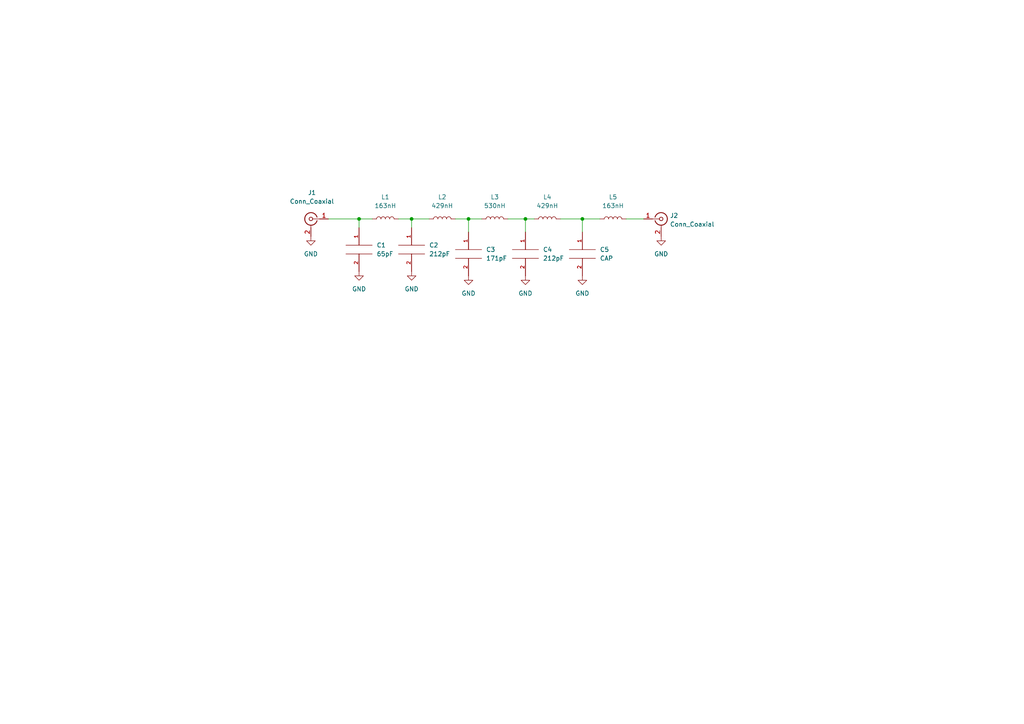
<source format=kicad_sch>
(kicad_sch (version 20211123) (generator eeschema)

  (uuid f9d333dd-0a02-44fd-98ea-6287ee13aac4)

  (paper "A4")

  (lib_symbols
    (symbol "Connector:Conn_Coaxial" (pin_names (offset 1.016) hide) (in_bom yes) (on_board yes)
      (property "Reference" "J" (id 0) (at 0.254 3.048 0)
        (effects (font (size 1.27 1.27)))
      )
      (property "Value" "Conn_Coaxial" (id 1) (at 2.921 0 90)
        (effects (font (size 1.27 1.27)))
      )
      (property "Footprint" "" (id 2) (at 0 0 0)
        (effects (font (size 1.27 1.27)) hide)
      )
      (property "Datasheet" " ~" (id 3) (at 0 0 0)
        (effects (font (size 1.27 1.27)) hide)
      )
      (property "ki_keywords" "BNC SMA SMB SMC LEMO coaxial connector CINCH RCA" (id 4) (at 0 0 0)
        (effects (font (size 1.27 1.27)) hide)
      )
      (property "ki_description" "coaxial connector (BNC, SMA, SMB, SMC, Cinch/RCA, LEMO, ...)" (id 5) (at 0 0 0)
        (effects (font (size 1.27 1.27)) hide)
      )
      (property "ki_fp_filters" "*BNC* *SMA* *SMB* *SMC* *Cinch* *LEMO*" (id 6) (at 0 0 0)
        (effects (font (size 1.27 1.27)) hide)
      )
      (symbol "Conn_Coaxial_0_1"
        (arc (start -1.778 -0.508) (mid 0.2311 -1.8066) (end 1.778 0)
          (stroke (width 0.254) (type default) (color 0 0 0 0))
          (fill (type none))
        )
        (polyline
          (pts
            (xy -2.54 0)
            (xy -0.508 0)
          )
          (stroke (width 0) (type default) (color 0 0 0 0))
          (fill (type none))
        )
        (polyline
          (pts
            (xy 0 -2.54)
            (xy 0 -1.778)
          )
          (stroke (width 0) (type default) (color 0 0 0 0))
          (fill (type none))
        )
        (circle (center 0 0) (radius 0.508)
          (stroke (width 0.2032) (type default) (color 0 0 0 0))
          (fill (type none))
        )
        (arc (start 1.778 0) (mid 0.2099 1.8101) (end -1.778 0.508)
          (stroke (width 0.254) (type default) (color 0 0 0 0))
          (fill (type none))
        )
      )
      (symbol "Conn_Coaxial_1_1"
        (pin passive line (at -5.08 0 0) (length 2.54)
          (name "In" (effects (font (size 1.27 1.27))))
          (number "1" (effects (font (size 1.27 1.27))))
        )
        (pin passive line (at 0 -5.08 90) (length 2.54)
          (name "Ext" (effects (font (size 1.27 1.27))))
          (number "2" (effects (font (size 1.27 1.27))))
        )
      )
    )
    (symbol "Device:L" (pin_numbers hide) (pin_names (offset 1.016) hide) (in_bom yes) (on_board yes)
      (property "Reference" "L" (id 0) (at -1.27 0 90)
        (effects (font (size 1.27 1.27)))
      )
      (property "Value" "L" (id 1) (at 1.905 0 90)
        (effects (font (size 1.27 1.27)))
      )
      (property "Footprint" "" (id 2) (at 0 0 0)
        (effects (font (size 1.27 1.27)) hide)
      )
      (property "Datasheet" "~" (id 3) (at 0 0 0)
        (effects (font (size 1.27 1.27)) hide)
      )
      (property "ki_keywords" "inductor choke coil reactor magnetic" (id 4) (at 0 0 0)
        (effects (font (size 1.27 1.27)) hide)
      )
      (property "ki_description" "Inductor" (id 5) (at 0 0 0)
        (effects (font (size 1.27 1.27)) hide)
      )
      (property "ki_fp_filters" "Choke_* *Coil* Inductor_* L_*" (id 6) (at 0 0 0)
        (effects (font (size 1.27 1.27)) hide)
      )
      (symbol "L_0_1"
        (arc (start 0 -2.54) (mid 0.635 -1.905) (end 0 -1.27)
          (stroke (width 0) (type default) (color 0 0 0 0))
          (fill (type none))
        )
        (arc (start 0 -1.27) (mid 0.635 -0.635) (end 0 0)
          (stroke (width 0) (type default) (color 0 0 0 0))
          (fill (type none))
        )
        (arc (start 0 0) (mid 0.635 0.635) (end 0 1.27)
          (stroke (width 0) (type default) (color 0 0 0 0))
          (fill (type none))
        )
        (arc (start 0 1.27) (mid 0.635 1.905) (end 0 2.54)
          (stroke (width 0) (type default) (color 0 0 0 0))
          (fill (type none))
        )
      )
      (symbol "L_1_1"
        (pin passive line (at 0 3.81 270) (length 1.27)
          (name "1" (effects (font (size 1.27 1.27))))
          (number "1" (effects (font (size 1.27 1.27))))
        )
        (pin passive line (at 0 -3.81 90) (length 1.27)
          (name "2" (effects (font (size 1.27 1.27))))
          (number "2" (effects (font (size 1.27 1.27))))
        )
      )
    )
    (symbol "power:GND" (power) (pin_names (offset 0)) (in_bom yes) (on_board yes)
      (property "Reference" "#PWR" (id 0) (at 0 -6.35 0)
        (effects (font (size 1.27 1.27)) hide)
      )
      (property "Value" "GND" (id 1) (at 0 -3.81 0)
        (effects (font (size 1.27 1.27)))
      )
      (property "Footprint" "" (id 2) (at 0 0 0)
        (effects (font (size 1.27 1.27)) hide)
      )
      (property "Datasheet" "" (id 3) (at 0 0 0)
        (effects (font (size 1.27 1.27)) hide)
      )
      (property "ki_keywords" "global power" (id 4) (at 0 0 0)
        (effects (font (size 1.27 1.27)) hide)
      )
      (property "ki_description" "Power symbol creates a global label with name \"GND\" , ground" (id 5) (at 0 0 0)
        (effects (font (size 1.27 1.27)) hide)
      )
      (symbol "GND_0_1"
        (polyline
          (pts
            (xy 0 0)
            (xy 0 -1.27)
            (xy 1.27 -1.27)
            (xy 0 -2.54)
            (xy -1.27 -1.27)
            (xy 0 -1.27)
          )
          (stroke (width 0) (type default) (color 0 0 0 0))
          (fill (type none))
        )
      )
      (symbol "GND_1_1"
        (pin power_in line (at 0 0 270) (length 0) hide
          (name "GND" (effects (font (size 1.27 1.27))))
          (number "1" (effects (font (size 1.27 1.27))))
        )
      )
    )
    (symbol "pspice:CAP" (pin_names (offset 0.254)) (in_bom yes) (on_board yes)
      (property "Reference" "C" (id 0) (at 2.54 3.81 90)
        (effects (font (size 1.27 1.27)))
      )
      (property "Value" "CAP" (id 1) (at 2.54 -3.81 90)
        (effects (font (size 1.27 1.27)))
      )
      (property "Footprint" "" (id 2) (at 0 0 0)
        (effects (font (size 1.27 1.27)) hide)
      )
      (property "Datasheet" "~" (id 3) (at 0 0 0)
        (effects (font (size 1.27 1.27)) hide)
      )
      (property "ki_keywords" "simulation" (id 4) (at 0 0 0)
        (effects (font (size 1.27 1.27)) hide)
      )
      (property "ki_description" "Capacitor symbol for simulation only" (id 5) (at 0 0 0)
        (effects (font (size 1.27 1.27)) hide)
      )
      (symbol "CAP_0_1"
        (polyline
          (pts
            (xy -3.81 -1.27)
            (xy 3.81 -1.27)
          )
          (stroke (width 0) (type default) (color 0 0 0 0))
          (fill (type none))
        )
        (polyline
          (pts
            (xy -3.81 1.27)
            (xy 3.81 1.27)
          )
          (stroke (width 0) (type default) (color 0 0 0 0))
          (fill (type none))
        )
      )
      (symbol "CAP_1_1"
        (pin passive line (at 0 6.35 270) (length 5.08)
          (name "~" (effects (font (size 1.016 1.016))))
          (number "1" (effects (font (size 1.016 1.016))))
        )
        (pin passive line (at 0 -6.35 90) (length 5.08)
          (name "~" (effects (font (size 1.016 1.016))))
          (number "2" (effects (font (size 1.016 1.016))))
        )
      )
    )
  )

  (junction (at 104.14 63.5) (diameter 0) (color 0 0 0 0)
    (uuid 14192dae-4e6a-42b4-b2f1-54fe7ad097b3)
  )
  (junction (at 168.91 63.5) (diameter 0) (color 0 0 0 0)
    (uuid 30b278ea-3a33-448f-9d76-16aba0e62f66)
  )
  (junction (at 119.38 63.5) (diameter 0) (color 0 0 0 0)
    (uuid a301ccd6-7291-4fff-925e-0bc8efb2c31e)
  )
  (junction (at 135.89 63.5) (diameter 0) (color 0 0 0 0)
    (uuid c89ef5b5-eb6e-4b5e-b9a7-57108ef2ab35)
  )
  (junction (at 152.4 63.5) (diameter 0) (color 0 0 0 0)
    (uuid d9d8ab06-1c15-47e0-af14-f287785b0ae8)
  )

  (wire (pts (xy 104.14 63.5) (xy 107.95 63.5))
    (stroke (width 0) (type default) (color 0 0 0 0))
    (uuid 0e3ce64e-1af5-42ae-b634-ba63aa8a384e)
  )
  (wire (pts (xy 162.56 63.5) (xy 168.91 63.5))
    (stroke (width 0) (type default) (color 0 0 0 0))
    (uuid 3ea176e1-dbdf-41d5-91d8-51b1b47e5602)
  )
  (wire (pts (xy 135.89 63.5) (xy 135.89 67.31))
    (stroke (width 0) (type default) (color 0 0 0 0))
    (uuid 4824e432-2cb6-45fc-bc2e-95d7e0635e08)
  )
  (wire (pts (xy 132.08 63.5) (xy 135.89 63.5))
    (stroke (width 0) (type default) (color 0 0 0 0))
    (uuid 4fcc8bda-253c-447b-8b8c-c5c272963e09)
  )
  (wire (pts (xy 147.32 63.5) (xy 152.4 63.5))
    (stroke (width 0) (type default) (color 0 0 0 0))
    (uuid 598ef0cc-8c45-4e53-beaf-bf1bbfda9a56)
  )
  (wire (pts (xy 181.61 63.5) (xy 186.69 63.5))
    (stroke (width 0) (type default) (color 0 0 0 0))
    (uuid 69095844-8c31-4138-83fb-32e6d704480b)
  )
  (wire (pts (xy 115.57 63.5) (xy 119.38 63.5))
    (stroke (width 0) (type default) (color 0 0 0 0))
    (uuid 69de94f2-491a-4d91-bfe9-fe1e786a2856)
  )
  (wire (pts (xy 119.38 63.5) (xy 124.46 63.5))
    (stroke (width 0) (type default) (color 0 0 0 0))
    (uuid 72e93128-3e50-415d-9da1-82615c007466)
  )
  (wire (pts (xy 135.89 63.5) (xy 139.7 63.5))
    (stroke (width 0) (type default) (color 0 0 0 0))
    (uuid 839988a5-52d7-4e81-b26d-0c69c211138d)
  )
  (wire (pts (xy 95.25 63.5) (xy 104.14 63.5))
    (stroke (width 0) (type default) (color 0 0 0 0))
    (uuid a944cb73-2ae9-4bfb-85f6-1a6d232700fa)
  )
  (wire (pts (xy 119.38 63.5) (xy 119.38 66.04))
    (stroke (width 0) (type default) (color 0 0 0 0))
    (uuid ae9bebbc-82da-4955-bc81-a7a0856b535a)
  )
  (wire (pts (xy 152.4 63.5) (xy 154.94 63.5))
    (stroke (width 0) (type default) (color 0 0 0 0))
    (uuid b3c85d8e-aafb-4460-a94d-744270978421)
  )
  (wire (pts (xy 152.4 63.5) (xy 152.4 67.31))
    (stroke (width 0) (type default) (color 0 0 0 0))
    (uuid c52fa70d-58df-4811-9d5d-6e7e0f46b8bb)
  )
  (wire (pts (xy 104.14 63.5) (xy 104.14 66.04))
    (stroke (width 0) (type default) (color 0 0 0 0))
    (uuid c63c491f-33fe-412c-9013-a3766e6ef184)
  )
  (wire (pts (xy 168.91 63.5) (xy 173.99 63.5))
    (stroke (width 0) (type default) (color 0 0 0 0))
    (uuid de7bc4e8-1c46-43ec-922f-fd9ead0e6d95)
  )
  (wire (pts (xy 168.91 63.5) (xy 168.91 67.31))
    (stroke (width 0) (type default) (color 0 0 0 0))
    (uuid ecfc7875-6315-42dc-ba19-113b09aadc40)
  )

  (symbol (lib_id "pspice:CAP") (at 168.91 73.66 0) (unit 1)
    (in_bom yes) (on_board yes) (fields_autoplaced)
    (uuid 01ea6301-4184-4e6b-885d-f04653990f2b)
    (property "Reference" "C5" (id 0) (at 173.99 72.3899 0)
      (effects (font (size 1.27 1.27)) (justify left))
    )
    (property "Value" "CAP" (id 1) (at 173.99 74.9299 0)
      (effects (font (size 1.27 1.27)) (justify left))
    )
    (property "Footprint" "Capacitor_SMD:C_0805_2012Metric_Pad1.18x1.45mm_HandSolder" (id 2) (at 168.91 73.66 0)
      (effects (font (size 1.27 1.27)) hide)
    )
    (property "Datasheet" "~" (id 3) (at 168.91 73.66 0)
      (effects (font (size 1.27 1.27)) hide)
    )
    (pin "1" (uuid 8d7d2d8e-7136-4325-9686-76540633a350))
    (pin "2" (uuid 60571fac-3322-4209-a9b1-f1ab2062c985))
  )

  (symbol (lib_id "power:GND") (at 135.89 80.01 0) (unit 1)
    (in_bom yes) (on_board yes) (fields_autoplaced)
    (uuid 0d893fdc-3f28-4855-93ac-06087f68358d)
    (property "Reference" "#PWR04" (id 0) (at 135.89 86.36 0)
      (effects (font (size 1.27 1.27)) hide)
    )
    (property "Value" "GND" (id 1) (at 135.89 85.09 0))
    (property "Footprint" "" (id 2) (at 135.89 80.01 0)
      (effects (font (size 1.27 1.27)) hide)
    )
    (property "Datasheet" "" (id 3) (at 135.89 80.01 0)
      (effects (font (size 1.27 1.27)) hide)
    )
    (pin "1" (uuid 071823b5-cff0-407b-9ed1-3526ed38318d))
  )

  (symbol (lib_id "pspice:CAP") (at 119.38 72.39 0) (unit 1)
    (in_bom yes) (on_board yes)
    (uuid 24a4c6c8-1bbc-40e6-9c3f-c5330d24fbc3)
    (property "Reference" "C2" (id 0) (at 124.46 71.12 0)
      (effects (font (size 1.27 1.27)) (justify left))
    )
    (property "Value" "212pF" (id 1) (at 124.46 73.66 0)
      (effects (font (size 1.27 1.27)) (justify left))
    )
    (property "Footprint" "Capacitor_SMD:C_0805_2012Metric_Pad1.18x1.45mm_HandSolder" (id 2) (at 119.38 72.39 0)
      (effects (font (size 1.27 1.27)) hide)
    )
    (property "Datasheet" "~" (id 3) (at 119.38 72.39 0)
      (effects (font (size 1.27 1.27)) hide)
    )
    (pin "1" (uuid ccbe06a8-5310-4739-889e-9684a731956d))
    (pin "2" (uuid 1b1645f4-d5e0-4d2d-96eb-e952e1107501))
  )

  (symbol (lib_id "Device:L") (at 143.51 63.5 90) (unit 1)
    (in_bom yes) (on_board yes) (fields_autoplaced)
    (uuid 2a46b889-515f-4529-a871-05818112a38a)
    (property "Reference" "L3" (id 0) (at 143.51 57.15 90))
    (property "Value" "530nH" (id 1) (at 143.51 59.69 90))
    (property "Footprint" "Inductor_SMD:L_0805_2012Metric_Pad1.05x1.20mm_HandSolder" (id 2) (at 143.51 63.5 0)
      (effects (font (size 1.27 1.27)) hide)
    )
    (property "Datasheet" "~" (id 3) (at 143.51 63.5 0)
      (effects (font (size 1.27 1.27)) hide)
    )
    (pin "1" (uuid ed1a50a1-c0c6-43d3-bc0d-01853d6a084c))
    (pin "2" (uuid b682ca50-25d1-4c96-87f3-54286787c0b1))
  )

  (symbol (lib_id "Connector:Conn_Coaxial") (at 90.17 63.5 0) (mirror y) (unit 1)
    (in_bom yes) (on_board yes) (fields_autoplaced)
    (uuid 39f20a16-603d-4f51-8c3a-1e74f0b4480c)
    (property "Reference" "J1" (id 0) (at 90.4874 55.88 0))
    (property "Value" "Conn_Coaxial" (id 1) (at 90.4874 58.42 0))
    (property "Footprint" "Connector_Coaxial:SMA_Amphenol_132289_EdgeMount" (id 2) (at 90.17 63.5 0)
      (effects (font (size 1.27 1.27)) hide)
    )
    (property "Datasheet" " ~" (id 3) (at 90.17 63.5 0)
      (effects (font (size 1.27 1.27)) hide)
    )
    (pin "1" (uuid 837e289e-ea29-475e-a902-db7d5f13da5d))
    (pin "2" (uuid f7a28602-2055-43dc-95e4-273318a35b72))
  )

  (symbol (lib_id "pspice:CAP") (at 152.4 73.66 0) (unit 1)
    (in_bom yes) (on_board yes) (fields_autoplaced)
    (uuid 4188749f-c713-4078-88d9-1cbc069938d1)
    (property "Reference" "C4" (id 0) (at 157.48 72.3899 0)
      (effects (font (size 1.27 1.27)) (justify left))
    )
    (property "Value" "212pF" (id 1) (at 157.48 74.9299 0)
      (effects (font (size 1.27 1.27)) (justify left))
    )
    (property "Footprint" "Capacitor_SMD:C_0805_2012Metric_Pad1.18x1.45mm_HandSolder" (id 2) (at 152.4 73.66 0)
      (effects (font (size 1.27 1.27)) hide)
    )
    (property "Datasheet" "~" (id 3) (at 152.4 73.66 0)
      (effects (font (size 1.27 1.27)) hide)
    )
    (pin "1" (uuid 0f111cb5-9a00-46a8-8999-23a98b792624))
    (pin "2" (uuid 04215b4b-4dca-460e-b597-c30dfdd4a267))
  )

  (symbol (lib_id "Connector:Conn_Coaxial") (at 191.77 63.5 0) (unit 1)
    (in_bom yes) (on_board yes) (fields_autoplaced)
    (uuid 4571324f-bdfa-4b2b-b584-e22349ca5c3e)
    (property "Reference" "J2" (id 0) (at 194.31 62.5231 0)
      (effects (font (size 1.27 1.27)) (justify left))
    )
    (property "Value" "Conn_Coaxial" (id 1) (at 194.31 65.0631 0)
      (effects (font (size 1.27 1.27)) (justify left))
    )
    (property "Footprint" "Connector_Coaxial:SMA_Amphenol_132289_EdgeMount" (id 2) (at 191.77 63.5 0)
      (effects (font (size 1.27 1.27)) hide)
    )
    (property "Datasheet" " ~" (id 3) (at 191.77 63.5 0)
      (effects (font (size 1.27 1.27)) hide)
    )
    (pin "1" (uuid 90304214-dacb-4613-b2d4-0601097a10bf))
    (pin "2" (uuid 56b4409e-ab42-42eb-9f52-86b10c665b32))
  )

  (symbol (lib_id "Device:L") (at 177.8 63.5 90) (unit 1)
    (in_bom yes) (on_board yes) (fields_autoplaced)
    (uuid 648d3ef9-43b1-40dd-9f22-f9b886bfc9d7)
    (property "Reference" "L5" (id 0) (at 177.8 57.15 90))
    (property "Value" "163nH" (id 1) (at 177.8 59.69 90))
    (property "Footprint" "Inductor_SMD:L_0805_2012Metric_Pad1.05x1.20mm_HandSolder" (id 2) (at 177.8 63.5 0)
      (effects (font (size 1.27 1.27)) hide)
    )
    (property "Datasheet" "~" (id 3) (at 177.8 63.5 0)
      (effects (font (size 1.27 1.27)) hide)
    )
    (pin "1" (uuid 684f1242-f7b1-4e94-9a36-bcaca0f588b8))
    (pin "2" (uuid be78f8a8-9cab-47b5-a0d9-cfba64b89aab))
  )

  (symbol (lib_id "power:GND") (at 168.91 80.01 0) (unit 1)
    (in_bom yes) (on_board yes) (fields_autoplaced)
    (uuid 702528e8-db9b-4a4d-81fc-12deced0ab0e)
    (property "Reference" "#PWR06" (id 0) (at 168.91 86.36 0)
      (effects (font (size 1.27 1.27)) hide)
    )
    (property "Value" "GND" (id 1) (at 168.91 85.09 0))
    (property "Footprint" "" (id 2) (at 168.91 80.01 0)
      (effects (font (size 1.27 1.27)) hide)
    )
    (property "Datasheet" "" (id 3) (at 168.91 80.01 0)
      (effects (font (size 1.27 1.27)) hide)
    )
    (pin "1" (uuid 7743cd2b-b465-4c06-9538-c05a4db88c8d))
  )

  (symbol (lib_id "Device:L") (at 111.76 63.5 90) (unit 1)
    (in_bom yes) (on_board yes) (fields_autoplaced)
    (uuid 739bce0e-f985-413d-b75f-d2f43c2acd44)
    (property "Reference" "L1" (id 0) (at 111.76 57.15 90))
    (property "Value" "163nH" (id 1) (at 111.76 59.69 90))
    (property "Footprint" "Inductor_SMD:L_0805_2012Metric_Pad1.05x1.20mm_HandSolder" (id 2) (at 111.76 63.5 0)
      (effects (font (size 1.27 1.27)) hide)
    )
    (property "Datasheet" "~" (id 3) (at 111.76 63.5 0)
      (effects (font (size 1.27 1.27)) hide)
    )
    (pin "1" (uuid 9e300d0c-75eb-4b51-bc50-008f55265ada))
    (pin "2" (uuid 9e9982bc-7b04-49d9-b2e9-f4858714f073))
  )

  (symbol (lib_id "power:GND") (at 119.38 78.74 0) (unit 1)
    (in_bom yes) (on_board yes) (fields_autoplaced)
    (uuid 78afb8f4-8d51-4565-93fe-9b0843f5dce2)
    (property "Reference" "#PWR03" (id 0) (at 119.38 85.09 0)
      (effects (font (size 1.27 1.27)) hide)
    )
    (property "Value" "GND" (id 1) (at 119.38 83.82 0))
    (property "Footprint" "" (id 2) (at 119.38 78.74 0)
      (effects (font (size 1.27 1.27)) hide)
    )
    (property "Datasheet" "" (id 3) (at 119.38 78.74 0)
      (effects (font (size 1.27 1.27)) hide)
    )
    (pin "1" (uuid ae6232c4-c909-4454-9427-f754ae2464aa))
  )

  (symbol (lib_id "pspice:CAP") (at 135.89 73.66 0) (unit 1)
    (in_bom yes) (on_board yes) (fields_autoplaced)
    (uuid 7d730f32-cfb5-4d7b-8e0b-d79800e288b6)
    (property "Reference" "C3" (id 0) (at 140.97 72.3899 0)
      (effects (font (size 1.27 1.27)) (justify left))
    )
    (property "Value" "171pF" (id 1) (at 140.97 74.9299 0)
      (effects (font (size 1.27 1.27)) (justify left))
    )
    (property "Footprint" "Capacitor_SMD:C_0805_2012Metric_Pad1.18x1.45mm_HandSolder" (id 2) (at 135.89 73.66 0)
      (effects (font (size 1.27 1.27)) hide)
    )
    (property "Datasheet" "~" (id 3) (at 135.89 73.66 0)
      (effects (font (size 1.27 1.27)) hide)
    )
    (pin "1" (uuid d7c023cf-390d-4dd3-b918-c5e4c2b857cf))
    (pin "2" (uuid e246b31b-074a-4798-bedc-4827f3896d60))
  )

  (symbol (lib_id "Device:L") (at 128.27 63.5 90) (unit 1)
    (in_bom yes) (on_board yes) (fields_autoplaced)
    (uuid 9dab8beb-c99b-4be7-bf72-12a58510e90b)
    (property "Reference" "L2" (id 0) (at 128.27 57.15 90))
    (property "Value" "429nH" (id 1) (at 128.27 59.69 90))
    (property "Footprint" "Inductor_SMD:L_0805_2012Metric_Pad1.05x1.20mm_HandSolder" (id 2) (at 128.27 63.5 0)
      (effects (font (size 1.27 1.27)) hide)
    )
    (property "Datasheet" "~" (id 3) (at 128.27 63.5 0)
      (effects (font (size 1.27 1.27)) hide)
    )
    (pin "1" (uuid 78577f2e-9a12-4167-a9b2-5a21f778cbb5))
    (pin "2" (uuid 810f2a49-9493-4502-9d48-3ada557c9908))
  )

  (symbol (lib_id "power:GND") (at 191.77 68.58 0) (unit 1)
    (in_bom yes) (on_board yes) (fields_autoplaced)
    (uuid a0960c69-4f35-40f5-bc8d-345acadc88b6)
    (property "Reference" "#PWR07" (id 0) (at 191.77 74.93 0)
      (effects (font (size 1.27 1.27)) hide)
    )
    (property "Value" "GND" (id 1) (at 191.77 73.66 0))
    (property "Footprint" "" (id 2) (at 191.77 68.58 0)
      (effects (font (size 1.27 1.27)) hide)
    )
    (property "Datasheet" "" (id 3) (at 191.77 68.58 0)
      (effects (font (size 1.27 1.27)) hide)
    )
    (pin "1" (uuid 30cf647f-94d7-4715-a188-9eb4d7674ee2))
  )

  (symbol (lib_id "Device:L") (at 158.75 63.5 90) (unit 1)
    (in_bom yes) (on_board yes) (fields_autoplaced)
    (uuid b44b3dce-a9d5-463b-be02-259ab472c6d2)
    (property "Reference" "L4" (id 0) (at 158.75 57.15 90))
    (property "Value" "429nH" (id 1) (at 158.75 59.69 90))
    (property "Footprint" "Inductor_SMD:L_0805_2012Metric_Pad1.05x1.20mm_HandSolder" (id 2) (at 158.75 63.5 0)
      (effects (font (size 1.27 1.27)) hide)
    )
    (property "Datasheet" "~" (id 3) (at 158.75 63.5 0)
      (effects (font (size 1.27 1.27)) hide)
    )
    (pin "1" (uuid e16e8967-113e-4133-90aa-4fe9aed35705))
    (pin "2" (uuid 5d63b491-4ae9-4f91-8270-eb6b38626103))
  )

  (symbol (lib_id "power:GND") (at 90.17 68.58 0) (unit 1)
    (in_bom yes) (on_board yes) (fields_autoplaced)
    (uuid cdb55296-9dc0-4cc9-a5ac-9ba102ac7479)
    (property "Reference" "#PWR01" (id 0) (at 90.17 74.93 0)
      (effects (font (size 1.27 1.27)) hide)
    )
    (property "Value" "GND" (id 1) (at 90.17 73.66 0))
    (property "Footprint" "" (id 2) (at 90.17 68.58 0)
      (effects (font (size 1.27 1.27)) hide)
    )
    (property "Datasheet" "" (id 3) (at 90.17 68.58 0)
      (effects (font (size 1.27 1.27)) hide)
    )
    (pin "1" (uuid 265c83df-51dd-4989-a56e-6c0ff1bd0c5e))
  )

  (symbol (lib_id "power:GND") (at 104.14 78.74 0) (unit 1)
    (in_bom yes) (on_board yes) (fields_autoplaced)
    (uuid d9783a7e-a1ca-4d2c-8283-862e40535f47)
    (property "Reference" "#PWR02" (id 0) (at 104.14 85.09 0)
      (effects (font (size 1.27 1.27)) hide)
    )
    (property "Value" "GND" (id 1) (at 104.14 83.82 0))
    (property "Footprint" "" (id 2) (at 104.14 78.74 0)
      (effects (font (size 1.27 1.27)) hide)
    )
    (property "Datasheet" "" (id 3) (at 104.14 78.74 0)
      (effects (font (size 1.27 1.27)) hide)
    )
    (pin "1" (uuid d7b1747d-0272-495f-b334-9f3942d64bea))
  )

  (symbol (lib_id "pspice:CAP") (at 104.14 72.39 0) (unit 1)
    (in_bom yes) (on_board yes) (fields_autoplaced)
    (uuid e1e29f1e-f81f-469a-9e99-f6a46c1eb0f5)
    (property "Reference" "C1" (id 0) (at 109.22 71.1199 0)
      (effects (font (size 1.27 1.27)) (justify left))
    )
    (property "Value" "65pF" (id 1) (at 109.22 73.6599 0)
      (effects (font (size 1.27 1.27)) (justify left))
    )
    (property "Footprint" "Capacitor_SMD:C_0805_2012Metric_Pad1.18x1.45mm_HandSolder" (id 2) (at 104.14 72.39 0)
      (effects (font (size 1.27 1.27)) hide)
    )
    (property "Datasheet" "~" (id 3) (at 104.14 72.39 0)
      (effects (font (size 1.27 1.27)) hide)
    )
    (pin "1" (uuid cda90213-8d72-41a0-8a68-9b342b43000a))
    (pin "2" (uuid 253f28a1-3866-4eec-8feb-591461e1da98))
  )

  (symbol (lib_id "power:GND") (at 152.4 80.01 0) (unit 1)
    (in_bom yes) (on_board yes) (fields_autoplaced)
    (uuid f8f7e09f-4fff-4749-b6de-96653939d722)
    (property "Reference" "#PWR05" (id 0) (at 152.4 86.36 0)
      (effects (font (size 1.27 1.27)) hide)
    )
    (property "Value" "GND" (id 1) (at 152.4 85.09 0))
    (property "Footprint" "" (id 2) (at 152.4 80.01 0)
      (effects (font (size 1.27 1.27)) hide)
    )
    (property "Datasheet" "" (id 3) (at 152.4 80.01 0)
      (effects (font (size 1.27 1.27)) hide)
    )
    (pin "1" (uuid 8c64170d-22e0-4194-9cd4-bbb4cc2c6bae))
  )

  (sheet_instances
    (path "/" (page "1"))
  )

  (symbol_instances
    (path "/cdb55296-9dc0-4cc9-a5ac-9ba102ac7479"
      (reference "#PWR01") (unit 1) (value "GND") (footprint "")
    )
    (path "/d9783a7e-a1ca-4d2c-8283-862e40535f47"
      (reference "#PWR02") (unit 1) (value "GND") (footprint "")
    )
    (path "/78afb8f4-8d51-4565-93fe-9b0843f5dce2"
      (reference "#PWR03") (unit 1) (value "GND") (footprint "")
    )
    (path "/0d893fdc-3f28-4855-93ac-06087f68358d"
      (reference "#PWR04") (unit 1) (value "GND") (footprint "")
    )
    (path "/f8f7e09f-4fff-4749-b6de-96653939d722"
      (reference "#PWR05") (unit 1) (value "GND") (footprint "")
    )
    (path "/702528e8-db9b-4a4d-81fc-12deced0ab0e"
      (reference "#PWR06") (unit 1) (value "GND") (footprint "")
    )
    (path "/a0960c69-4f35-40f5-bc8d-345acadc88b6"
      (reference "#PWR07") (unit 1) (value "GND") (footprint "")
    )
    (path "/e1e29f1e-f81f-469a-9e99-f6a46c1eb0f5"
      (reference "C1") (unit 1) (value "65pF") (footprint "Capacitor_SMD:C_0805_2012Metric_Pad1.18x1.45mm_HandSolder")
    )
    (path "/24a4c6c8-1bbc-40e6-9c3f-c5330d24fbc3"
      (reference "C2") (unit 1) (value "212pF") (footprint "Capacitor_SMD:C_0805_2012Metric_Pad1.18x1.45mm_HandSolder")
    )
    (path "/7d730f32-cfb5-4d7b-8e0b-d79800e288b6"
      (reference "C3") (unit 1) (value "171pF") (footprint "Capacitor_SMD:C_0805_2012Metric_Pad1.18x1.45mm_HandSolder")
    )
    (path "/4188749f-c713-4078-88d9-1cbc069938d1"
      (reference "C4") (unit 1) (value "212pF") (footprint "Capacitor_SMD:C_0805_2012Metric_Pad1.18x1.45mm_HandSolder")
    )
    (path "/01ea6301-4184-4e6b-885d-f04653990f2b"
      (reference "C5") (unit 1) (value "CAP") (footprint "Capacitor_SMD:C_0805_2012Metric_Pad1.18x1.45mm_HandSolder")
    )
    (path "/39f20a16-603d-4f51-8c3a-1e74f0b4480c"
      (reference "J1") (unit 1) (value "Conn_Coaxial") (footprint "Connector_Coaxial:SMA_Amphenol_132289_EdgeMount")
    )
    (path "/4571324f-bdfa-4b2b-b584-e22349ca5c3e"
      (reference "J2") (unit 1) (value "Conn_Coaxial") (footprint "Connector_Coaxial:SMA_Amphenol_132289_EdgeMount")
    )
    (path "/739bce0e-f985-413d-b75f-d2f43c2acd44"
      (reference "L1") (unit 1) (value "163nH") (footprint "Inductor_SMD:L_0805_2012Metric_Pad1.05x1.20mm_HandSolder")
    )
    (path "/9dab8beb-c99b-4be7-bf72-12a58510e90b"
      (reference "L2") (unit 1) (value "429nH") (footprint "Inductor_SMD:L_0805_2012Metric_Pad1.05x1.20mm_HandSolder")
    )
    (path "/2a46b889-515f-4529-a871-05818112a38a"
      (reference "L3") (unit 1) (value "530nH") (footprint "Inductor_SMD:L_0805_2012Metric_Pad1.05x1.20mm_HandSolder")
    )
    (path "/b44b3dce-a9d5-463b-be02-259ab472c6d2"
      (reference "L4") (unit 1) (value "429nH") (footprint "Inductor_SMD:L_0805_2012Metric_Pad1.05x1.20mm_HandSolder")
    )
    (path "/648d3ef9-43b1-40dd-9f22-f9b886bfc9d7"
      (reference "L5") (unit 1) (value "163nH") (footprint "Inductor_SMD:L_0805_2012Metric_Pad1.05x1.20mm_HandSolder")
    )
  )
)

</source>
